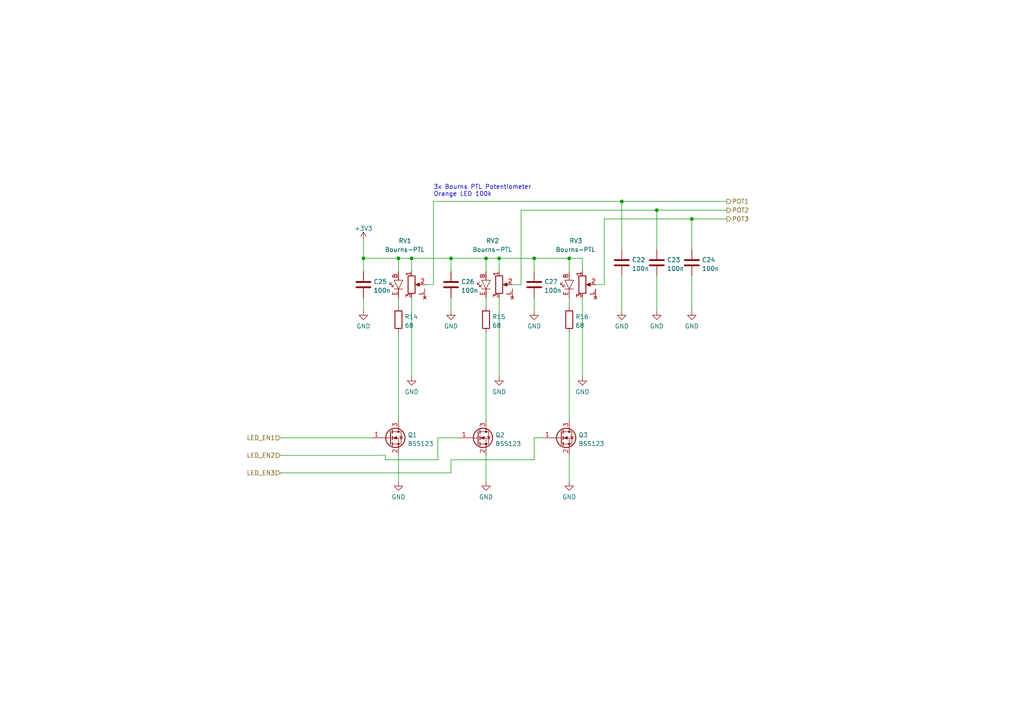
<source format=kicad_sch>
(kicad_sch (version 20211123) (generator eeschema)
  (paper "A4")
  (title_block (title "Microscope Ring Light Remote") (date "2022-07-23") (rev "v1.0") (company "Shimatta"))
  (lib_symbols
    (symbol "Device:C" (pin_numbers hide) (pin_names (offset 0.254))
      (property "Reference" "C" (at 0.635 2.54 0))
      (property "Value" "C" (at 0.635 -2.54 0))
      (symbol "C_0_1"
        (polyline (pts (xy -2.032 -0.762) (xy 2.032 -0.762)) (stroke (width 0.508)))
        (polyline (pts (xy -2.032 0.762) (xy 2.032 0.762)) (stroke (width 0.508)))
      )
      (symbol "C_1_1"
        (pin passive line (at 0 3.81 270) (length 2.794) (name "~") (number "1"))
        (pin passive line (at 0 -3.81 90) (length 2.794) (name "~") (number "2"))
      )
    )
    (symbol "Device:R" (pin_numbers hide) (pin_names (offset 0))
      (property "Reference" "R" (at 2.032 0 90))
      (property "Value" "R" (at 0 0 90))
      (symbol "R_0_1"
        (rectangle (start -1.016 -2.54) (end 1.016 2.54) (stroke (width 0.254)))
      )
      (symbol "R_1_1"
        (pin passive line (at 0 3.81 270) (length 1.27) (name "~") (number "1"))
        (pin passive line (at 0 -3.81 90) (length 1.27) (name "~") (number "2"))
      )
    )
    (symbol "Transistor_FET:BSS123" (pin_names hide)
      (property "Reference" "Q" (at 5.08 1.905 0))
      (property "Value" "BSS123" (at 5.08 0 0))
      (symbol "BSS123_0_1"
        (polyline (pts (xy 0.254 0) (xy -2.54 0)))
        (polyline (pts (xy 0.254 1.905) (xy 0.254 -1.905)) (stroke (width 0.254)))
        (polyline (pts (xy 0.762 -1.27) (xy 0.762 -2.286)) (stroke (width 0.254)))
        (polyline (pts (xy 0.762 0.508) (xy 0.762 -0.508)) (stroke (width 0.254)))
        (polyline (pts (xy 0.762 2.286) (xy 0.762 1.27)) (stroke (width 0.254)))
        (polyline (pts (xy 2.54 2.54) (xy 2.54 1.778)))
        (polyline (pts (xy 2.54 -2.54) (xy 2.54 0) (xy 0.762 0)))
        (polyline (pts (xy 0.762 -1.778) (xy 3.302 -1.778) (xy 3.302 1.778) (xy 0.762 1.778)))
        (polyline (pts (xy 1.016 0) (xy 2.032 0.381) (xy 2.032 -0.381) (xy 1.016 0)) (fill (type outline)))
        (polyline (pts (xy 2.794 0.508) (xy 2.921 0.381) (xy 3.683 0.381) (xy 3.81 0.254)))
        (polyline (pts (xy 3.302 0.381) (xy 2.921 -0.254) (xy 3.683 -0.254) (xy 3.302 0.381)))
        (circle (center 1.651 0) (radius 2.794) (stroke (width 0.254)))
        (circle (center 2.54 -1.778) (radius 0.254) (fill (type outline)))
        (circle (center 2.54 1.778) (radius 0.254) (fill (type outline)))
      )
      (symbol "BSS123_1_1"
        (pin input line (at -5.08 0 0) (length 2.54) (name "G") (number "1"))
        (pin passive line (at 2.54 -5.08 90) (length 2.54) (name "S") (number "2"))
        (pin passive line (at 2.54 5.08 270) (length 2.54) (name "D") (number "3"))
      )
    )
    (symbol "power:+3V3" (power) (pin_names (offset 0))
      (property "Value" "+3V3" (at 0 3.556 0))
      (symbol "+3V3_0_1"
        (polyline (pts (xy -0.762 1.27) (xy 0 2.54)))
        (polyline (pts (xy 0 0) (xy 0 2.54)))
        (polyline (pts (xy 0 2.54) (xy 0.762 1.27)))
      )
      (symbol "+3V3_1_1"
        (pin power_in line (at 0 0 90) (length 0) hide (name "+3V3") (number "1"))
      )
    )
    (symbol "power:GND" (power) (pin_names (offset 0))
      (property "Value" "GND" (at 0 -3.81 0))
      (symbol "GND_0_1"
        (polyline (pts (xy 0 0) (xy 0 -1.27) (xy 1.27 -1.27) (xy 0 -2.54) (xy -1.27 -1.27) (xy 0 -1.27)))
      )
      (symbol "GND_1_1"
        (pin power_in line (at 0 0 270) (length 0) hide (name "GND") (number "1"))
      )
    )
    (symbol "shimatta_potentiometer:Bourns-PTL" (pin_names (offset 1.016) hide)
      (property "Reference" "RV" (at -8.89 0 90))
      (property "Value" "Bourns-PTL" (at -7.62 0 90))
      (symbol "Bourns-PTL_0_1"
        (polyline (pts (xy -5.715 -0.635) (xy -5.08 -0.635)) (stroke (width 0.1524)))
        (polyline (pts (xy -5.08 -1.27) (xy -2.54 -1.27)) (stroke (width 0.1524)))
        (polyline (pts (xy 2.54 0) (xy 1.524 0)))
        (polyline (pts (xy -5.08 0) (xy -5.715 -0.635) (xy -5.715 0)) (stroke (width 0.1524)))
        (polyline (pts (xy -2.54 1.27) (xy -5.08 1.27) (xy -3.81 -1.27) (xy -2.54 1.27)) (stroke (width 0.1524)))
        (polyline (pts (xy 1.143 0) (xy 2.286 0.508) (xy 2.286 -0.508) (xy 1.143 0)) (fill (type outline)))
        (polyline (pts (xy -5.715 0.635) (xy -6.35 0) (xy -6.35 0.635) (xy -6.35 0) (xy -5.715 0)) (stroke (width 0.1524)))
        (rectangle (start 1.016 2.54) (end -1.016 -2.54) (stroke (width 0.254)))
      )
      (symbol "Bourns-PTL_1_1"
        (pin passive line (at 0 3.81 270) (length 1.27) (name "1") (number "1"))
        (pin passive line (at 3.81 0 180) (length 1.27) (name "2") (number "2"))
        (pin passive line (at 0 -3.81 90) (length 1.27) (name "3") (number "3"))
        (pin passive line (at -3.81 3.81 270) (length 2.54) (name "B") (number "B"))
        (pin passive line (at -3.81 -3.81 90) (length 2.54) (name "E") (number "E"))
        (pin no_connect line (at 3.81 -3.81 90) (length 2.54) (name "L") (number "L"))
      )
    )
  )
  (junction (at 105.41 74.93))
  (junction (at 180.34 58.42))
  (junction (at 140.97 74.93))
  (junction (at 144.78 74.93))
  (junction (at 154.94 74.93))
  (junction (at 119.38 74.93))
  (junction (at 165.1 74.93))
  (junction (at 115.57 74.93))
  (junction (at 200.66 63.5))
  (junction (at 130.81 74.93))
  (junction (at 190.5 60.96))
  (wire (pts (xy 180.34 58.42) (xy 210.82 58.42)))
  (wire (pts (xy 172.72 82.55) (xy 175.26 82.55)))
  (wire (pts (xy 165.1 96.52) (xy 165.1 121.92)))
  (wire (pts (xy 115.57 74.93) (xy 119.38 74.93)))
  (wire (pts (xy 165.1 74.93) (xy 168.91 74.93)))
  (wire (pts (xy 81.28 132.08) (xy 111.76 132.08)))
  (wire (pts (xy 130.81 74.93) (xy 130.81 78.74)))
  (wire (pts (xy 105.41 69.85) (xy 105.41 74.93)))
  (wire (pts (xy 130.81 137.16) (xy 130.81 133.35)))
  (wire (pts (xy 105.41 86.36) (xy 105.41 90.17)))
  (wire (pts (xy 111.76 132.08) (xy 111.76 133.35)))
  (wire (pts (xy 148.59 82.55) (xy 151.13 82.55)))
  (wire (pts (xy 165.1 86.36) (xy 165.1 88.9)))
  (wire (pts (xy 168.91 86.36) (xy 168.91 109.22)))
  (wire (pts (xy 119.38 74.93) (xy 119.38 78.74)))
  (wire (pts (xy 125.73 58.42) (xy 180.34 58.42)))
  (wire (pts (xy 200.66 63.5) (xy 210.82 63.5)))
  (wire (pts (xy 154.94 133.35) (xy 154.94 127)))
  (wire (pts (xy 180.34 80.01) (xy 180.34 90.17)))
  (wire (pts (xy 127 127) (xy 133.35 127)))
  (wire (pts (xy 190.5 60.96) (xy 190.5 72.39)))
  (wire (pts (xy 130.81 74.93) (xy 140.97 74.93)))
  (wire (pts (xy 144.78 74.93) (xy 144.78 78.74)))
  (wire (pts (xy 154.94 74.93) (xy 154.94 78.74)))
  (wire (pts (xy 81.28 127) (xy 107.95 127)))
  (wire (pts (xy 140.97 74.93) (xy 140.97 78.74)))
  (wire (pts (xy 175.26 82.55) (xy 175.26 63.5)))
  (wire (pts (xy 105.41 78.74) (xy 105.41 74.93)))
  (wire (pts (xy 130.81 86.36) (xy 130.81 90.17)))
  (wire (pts (xy 151.13 60.96) (xy 190.5 60.96)))
  (wire (pts (xy 127 133.35) (xy 127 127)))
  (wire (pts (xy 144.78 86.36) (xy 144.78 109.22)))
  (wire (pts (xy 115.57 86.36) (xy 115.57 88.9)))
  (wire (pts (xy 140.97 132.08) (xy 140.97 139.7)))
  (wire (pts (xy 140.97 86.36) (xy 140.97 88.9)))
  (wire (pts (xy 130.81 133.35) (xy 154.94 133.35)))
  (wire (pts (xy 115.57 132.08) (xy 115.57 139.7)))
  (wire (pts (xy 140.97 96.52) (xy 140.97 121.92)))
  (wire (pts (xy 125.73 82.55) (xy 125.73 58.42)))
  (wire (pts (xy 165.1 74.93) (xy 165.1 78.74)))
  (wire (pts (xy 119.38 86.36) (xy 119.38 109.22)))
  (wire (pts (xy 154.94 74.93) (xy 165.1 74.93)))
  (wire (pts (xy 154.94 127) (xy 157.48 127)))
  (wire (pts (xy 81.28 137.16) (xy 130.81 137.16)))
  (wire (pts (xy 190.5 80.01) (xy 190.5 90.17)))
  (wire (pts (xy 200.66 63.5) (xy 200.66 72.39)))
  (wire (pts (xy 144.78 74.93) (xy 154.94 74.93)))
  (wire (pts (xy 190.5 60.96) (xy 210.82 60.96)))
  (wire (pts (xy 140.97 74.93) (xy 144.78 74.93)))
  (wire (pts (xy 119.38 74.93) (xy 130.81 74.93)))
  (wire (pts (xy 105.41 74.93) (xy 115.57 74.93)))
  (wire (pts (xy 151.13 82.55) (xy 151.13 60.96)))
  (wire (pts (xy 165.1 132.08) (xy 165.1 139.7)))
  (wire (pts (xy 115.57 96.52) (xy 115.57 121.92)))
  (wire (pts (xy 123.19 82.55) (xy 125.73 82.55)))
  (wire (pts (xy 200.66 80.01) (xy 200.66 90.17)))
  (wire (pts (xy 168.91 74.93) (xy 168.91 78.74)))
  (wire (pts (xy 180.34 58.42) (xy 180.34 72.39)))
  (wire (pts (xy 115.57 74.93) (xy 115.57 78.74)))
  (wire (pts (xy 154.94 86.36) (xy 154.94 90.17)))
  (wire (pts (xy 175.26 63.5) (xy 200.66 63.5)))
  (wire (pts (xy 111.76 133.35) (xy 127 133.35)))
  (text "3x Bourns PTL Potentiometer\nOrange LED 100k" (at 125.73 57.15 0) (effects (font (size 1.27 1.27)) (justify left bottom)))
  (hierarchical_label "POT1" (shape output) (at 210.82 58.42 0))
  (hierarchical_label "LED_EN1" (shape input) (at 81.28 127 180))
  (hierarchical_label "LED_EN2" (shape input) (at 81.28 132.08 180))
  (hierarchical_label "LED_EN3" (shape input) (at 81.28 137.16 180))
  (hierarchical_label "POT2" (shape output) (at 210.82 60.96 0))
  (hierarchical_label "POT3" (shape output) (at 210.82 63.5 0))
  (symbol (lib_id "power:GND") (at 140.97 139.7 0) (unit 1)
    (property "Reference" "#PWR043" (effects hide))
    (property "Value" "GND" (at 140.97 144.1434 0))
  )
  (symbol (lib_id "power:GND") (at 144.78 109.22 0) (unit 1)
    (property "Reference" "#PWR040" (effects hide))
    (property "Value" "GND" (at 144.78 113.6634 0))
  )
  (symbol (lib_id "power:GND") (at 165.1 139.7 0) (unit 1)
    (property "Reference" "#PWR044" (effects hide))
    (property "Value" "GND" (at 165.1 144.1434 0))
  )
  (symbol (lib_id "Device:C") (at 190.5 76.2 0) (unit 1)
    (property "Reference" "C23" (at 193.421 75.3653 0) (effects (justify left)))
    (property "Value" "100n" (at 193.421 77.9022 0) (effects (justify left)))
    (property "Footprint" "Capacitor_SMD:C_0603_1608Metric" (effects hide))
  )
  (symbol (lib_id "Device:C") (at 154.94 82.55 0) (unit 1)
    (property "Reference" "C27" (at 157.861 81.7153 0) (effects (justify left)))
    (property "Value" "100n" (at 157.861 84.2522 0) (effects (justify left)))
    (property "Footprint" "Capacitor_SMD:C_0603_1608Metric" (effects hide))
  )
  (symbol (lib_id "shimatta_potentiometer:Bourns-PTL") (at 119.38 82.55 0) (unit 1)
    (property "Reference" "RV1" (at 119.38 69.85 0) (effects (justify right)))
    (property "Value" "Bourns-PTL" (at 123.19 72.39 0) (effects (justify right)))
    (property "Footprint" "shimatta_tht:PTL60-19-X" (effects hide))
    (property "Datasheet" "https://www.mouser.de/datasheet/2/54/PTL-777483.pdf" (effects hide))
  )
  (symbol (lib_id "power:GND") (at 154.94 90.17 0) (unit 1)
    (property "Reference" "#PWR035" (effects hide))
    (property "Value" "GND" (at 154.94 94.6134 0))
  )
  (symbol (lib_id "Device:R") (at 140.97 92.71 0) (unit 1)
    (property "Reference" "R15" (at 142.748 91.8753 0) (effects (justify left)))
    (property "Value" "68" (at 142.748 94.4122 0) (effects (justify left)))
    (property "Footprint" "Resistor_SMD:R_0603_1608Metric" (effects hide))
  )
  (symbol (lib_id "Device:R") (at 165.1 92.71 0) (unit 1)
    (property "Reference" "R16" (at 166.878 91.8753 0) (effects (justify left)))
    (property "Value" "68" (at 166.878 94.4122 0) (effects (justify left)))
    (property "Footprint" "Resistor_SMD:R_0603_1608Metric" (effects hide))
  )
  (symbol (lib_id "shimatta_potentiometer:Bourns-PTL") (at 168.91 82.55 0) (unit 1)
    (property "Reference" "RV3" (at 168.91 69.85 0) (effects (justify right)))
    (property "Value" "Bourns-PTL" (at 172.72 72.39 0) (effects (justify right)))
    (property "Footprint" "shimatta_tht:PTL60-19-X" (effects hide))
    (property "Datasheet" "https://www.mouser.de/datasheet/2/54/PTL-777483.pdf" (effects hide))
  )
  (symbol (lib_id "Transistor_FET:BSS123") (at 162.56 127 0) (unit 1)
    (property "Reference" "Q3" (at 167.767 126.1653 0) (effects (justify left)))
    (property "Value" "BSS123" (at 167.767 128.7022 0) (effects (justify left)))
    (property "Footprint" "Package_TO_SOT_SMD:SOT-23" (effects hide))
    (property "Datasheet" "http://www.diodes.com/assets/Datasheets/ds30366.pdf" (effects hide))
  )
  (symbol (lib_id "power:+3V3") (at 105.41 69.85 0) (unit 1)
    (property "Reference" "#PWR032" (effects hide))
    (property "Value" "+3V3" (at 105.41 66.2742 0))
  )
  (symbol (lib_id "Device:C") (at 130.81 82.55 0) (unit 1)
    (property "Reference" "C26" (at 133.731 81.7153 0) (effects (justify left)))
    (property "Value" "100n" (at 133.731 84.2522 0) (effects (justify left)))
    (property "Footprint" "Capacitor_SMD:C_0603_1608Metric" (effects hide))
  )
  (symbol (lib_id "power:GND") (at 130.81 90.17 0) (unit 1)
    (property "Reference" "#PWR034" (effects hide))
    (property "Value" "GND" (at 130.81 94.6134 0))
  )
  (symbol (lib_id "power:GND") (at 180.34 90.17 0) (unit 1)
    (property "Reference" "#PWR036" (effects hide))
    (property "Value" "GND" (at 180.34 94.6134 0))
  )
  (symbol (lib_id "Transistor_FET:BSS123") (at 138.43 127 0) (unit 1)
    (property "Reference" "Q2" (at 143.637 126.1653 0) (effects (justify left)))
    (property "Value" "BSS123" (at 143.637 128.7022 0) (effects (justify left)))
    (property "Footprint" "Package_TO_SOT_SMD:SOT-23" (effects hide))
    (property "Datasheet" "http://www.diodes.com/assets/Datasheets/ds30366.pdf" (effects hide))
  )
  (symbol (lib_id "power:GND") (at 115.57 139.7 0) (unit 1)
    (property "Reference" "#PWR042" (effects hide))
    (property "Value" "GND" (at 115.57 144.1434 0))
  )
  (symbol (lib_id "power:GND") (at 105.41 90.17 0) (unit 1)
    (property "Reference" "#PWR033" (effects hide))
    (property "Value" "GND" (at 105.41 94.6134 0))
  )
  (symbol (lib_id "power:GND") (at 190.5 90.17 0) (unit 1)
    (property "Reference" "#PWR037" (effects hide))
    (property "Value" "GND" (at 190.5 94.6134 0))
  )
  (symbol (lib_id "power:GND") (at 168.91 109.22 0) (unit 1)
    (property "Reference" "#PWR041" (effects hide))
    (property "Value" "GND" (at 168.91 113.6634 0))
  )
  (symbol (lib_id "power:GND") (at 200.66 90.17 0) (unit 1)
    (property "Reference" "#PWR038" (effects hide))
    (property "Value" "GND" (at 200.66 94.6134 0))
  )
  (symbol (lib_id "Device:C") (at 200.66 76.2 0) (unit 1)
    (property "Reference" "C24" (at 203.581 75.3653 0) (effects (justify left)))
    (property "Value" "100n" (at 203.581 77.9022 0) (effects (justify left)))
    (property "Footprint" "Capacitor_SMD:C_0603_1608Metric" (effects hide))
  )
  (symbol (lib_id "Device:C") (at 180.34 76.2 0) (unit 1)
    (property "Reference" "C22" (at 183.261 75.3653 0) (effects (justify left)))
    (property "Value" "100n" (at 183.261 77.9022 0) (effects (justify left)))
    (property "Footprint" "Capacitor_SMD:C_0603_1608Metric" (effects hide))
  )
  (symbol (lib_id "power:GND") (at 119.38 109.22 0) (unit 1)
    (property "Reference" "#PWR039" (effects hide))
    (property "Value" "GND" (at 119.38 113.6634 0))
  )
  (symbol (lib_id "Device:R") (at 115.57 92.71 0) (unit 1)
    (property "Reference" "R14" (at 117.348 91.8753 0) (effects (justify left)))
    (property "Value" "68" (at 117.348 94.4122 0) (effects (justify left)))
    (property "Footprint" "Resistor_SMD:R_0603_1608Metric" (effects hide))
  )
  (symbol (lib_id "Device:C") (at 105.41 82.55 0) (unit 1)
    (property "Reference" "C25" (at 108.331 81.7153 0) (effects (justify left)))
    (property "Value" "100n" (at 108.331 84.2522 0) (effects (justify left)))
    (property "Footprint" "Capacitor_SMD:C_0603_1608Metric" (effects hide))
  )
  (symbol (lib_id "Transistor_FET:BSS123") (at 113.03 127 0) (unit 1)
    (property "Reference" "Q1" (at 118.237 126.1653 0) (effects (justify left)))
    (property "Value" "BSS123" (at 118.237 128.7022 0) (effects (justify left)))
    (property "Footprint" "Package_TO_SOT_SMD:SOT-23" (effects hide))
    (property "Datasheet" "http://www.diodes.com/assets/Datasheets/ds30366.pdf" (effects hide))
  )
  (symbol (lib_id "shimatta_potentiometer:Bourns-PTL") (at 144.78 82.55 0) (unit 1)
    (property "Reference" "RV2" (at 144.78 69.85 0) (effects (justify right)))
    (property "Value" "Bourns-PTL" (at 148.59 72.39 0) (effects (justify right)))
    (property "Footprint" "shimatta_tht:PTL60-19-X" (effects hide))
    (property "Datasheet" "https://www.mouser.de/datasheet/2/54/PTL-777483.pdf" (effects hide))
  )
)
</source>
